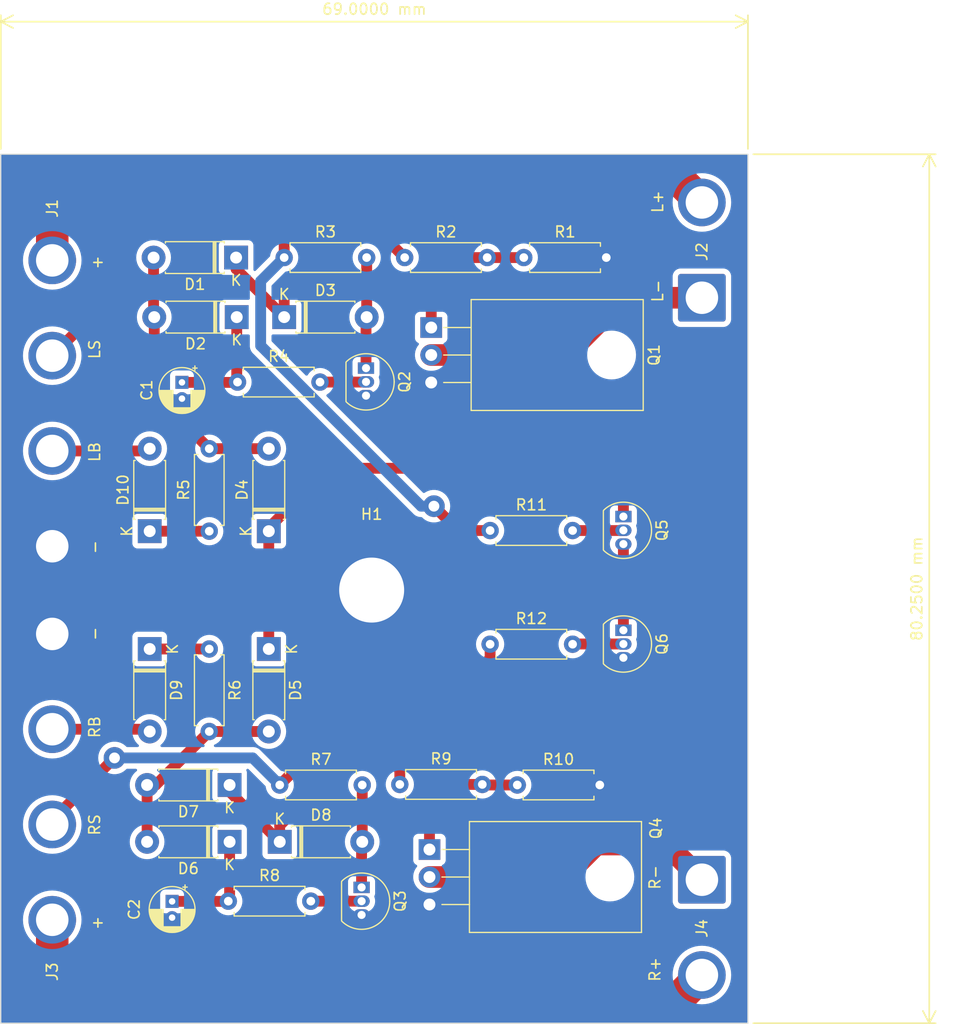
<source format=kicad_pcb>
(kicad_pcb (version 20221018) (generator pcbnew)
  (title_block (title "Side Markers Blinker") (date "2023-05-20") (rev "V 1.0"))
  (layers (0 "F.Cu" signal) (31 "B.Cu" signal) (34 "B.Paste" user) (35 "F.Paste" user) (36 "B.SilkS" user "B.Silkscreen") (37 "F.SilkS" user "F.Silkscreen") (38 "B.Mask" user) (39 "F.Mask" user) (44 "Edge.Cuts" user))
  (net 0 "")
  (net 1 "Net-(D2-K)")
  (net 2 "GND")
  (net 3 "Net-(D6-K)")
  (net 4 "Net-(D1-K)")
  (net 5 "Net-(D1-A)")
  (net 6 "Net-(D3-A)")
  (net 7 "AND gate")
  (net 8 "Net-(D5-A)")
  (net 9 "Net-(D7-K)")
  (net 10 "Net-(D8-A)")
  (net 11 "Blinker signal L")
  (net 12 "Side marker signal L")
  (net 13 "Side marker lamp +24v L")
  (net 14 "Side marker lamp GND L")
  (net 15 "Blinker signal R")
  (net 16 "Side marker signal R")
  (net 17 "Side marker lamp +24v R")
  (net 18 "Side marker lamp GND R")
  (net 19 "Net-(Q1-G)")
  (net 20 "Net-(Q2-B)")
  (net 21 "Net-(Q3-B)")
  (net 22 "Net-(Q4-G)")
  (net 23 "Net-(Q5-B)")
  (net 24 "Net-(Q5-E)")
  (net 25 "Net-(Q6-B)")
  (net 26 "Net-(D9-K)")
  (net 27 "Net-(D10-K)")
  (footprint "Resistor_THT:R_Axial_DIN0207_L6.3mm_D2.5mm_P7.62mm_Horizontal" (layer "F.Cu") (at 137.67 68.29)
    (fp_text reference "R3" (at 3.81 -2.37) (layer "F.SilkS"))
    (fp_text value "10k")
    (pad "1" thru_hole circle (at 0 0) (size 1.6 1.6) (drill 0.8) (layers "*.Cu" "*.Mask") (net 12 "Side marker signal L"))
    (pad "2" thru_hole oval (at 7.62 0) (size 1.6 1.6) (drill 0.8) (layers "*.Cu" "*.Mask") (net 6 "Net-(D3-A)"))
  )
  (footprint "Package_TO_SOT_THT:TO-220-3_Horizontal_TabDown" (layer "F.Cu") (at 151.25 74.75 -90)
    (fp_text reference "Q1" (at 2.54 -20.58 -90) (layer "F.SilkS"))
    (fp_text value "IRF540N")
    (pad "" np_thru_hole oval (at 2.54 -16.66 270) (size 3.5 3.5) (drill 3.5) (layers "*.Cu" "*.Mask"))
    (pad "1" thru_hole rect (at 0 0 270) (size 1.905 2) (drill 1.1) (layers "*.Cu" "*.Mask") (net 19 "Net-(Q1-G)"))
    (pad "2" thru_hole oval (at 2.54 0 270) (size 1.905 2) (drill 1.1) (layers "*.Cu" "*.Mask") (net 14 "Side marker lamp GND L"))
    (pad "3" thru_hole oval (at 5.08 0 270) (size 1.905 2) (drill 1.1) (layers "*.Cu" "*.Mask") (net 2 "GND"))
  )
  (footprint "Diode_THT:D_DO-41_SOD81_P7.62mm_Horizontal" (layer "F.Cu") (at 132.63 122.25 180)
    (fp_text reference "D6" (at 3.81 -2.47 180) (layer "F.SilkS"))
    (fp_text value "~")
    (fp_text user "K" (at 0 -2.1 180) (layer "F.SilkS"))
    (pad "1" thru_hole rect (at 0 0 180) (size 2.2 2.2) (drill 1.1) (layers "*.Cu" "*.Mask") (net 3 "Net-(D6-K)"))
    (pad "2" thru_hole oval (at 7.62 0 180) (size 2.2 2.2) (drill 1.1) (layers "*.Cu" "*.Mask") (net 8 "Net-(D5-A)"))
  )
  (footprint "Package_TO_SOT_THT:TO-220-3_Horizontal_TabDown" (layer "F.Cu") (at 151.09 122.96 -90)
    (fp_text reference "Q4" (at -1.96 -20.91 90) (layer "F.SilkS"))
    (fp_text value "IRF540N")
    (pad "" np_thru_hole oval (at 2.54 -16.66 270) (size 3.5 3.5) (drill 3.5) (layers "*.Cu" "*.Mask"))
    (pad "1" thru_hole rect (at 0 0 270) (size 1.905 2) (drill 1.1) (layers "*.Cu" "*.Mask") (net 22 "Net-(Q4-G)"))
    (pad "2" thru_hole oval (at 2.54 0 270) (size 1.905 2) (drill 1.1) (layers "*.Cu" "*.Mask") (net 18 "Side marker lamp GND R"))
    (pad "3" thru_hole oval (at 5.08 0 270) (size 1.905 2) (drill 1.1) (layers "*.Cu" "*.Mask") (net 2 "GND"))
  )
  (footprint "Resistor_THT:R_Axial_DIN0207_L6.3mm_D2.5mm_P7.62mm_Horizontal" (layer "F.Cu") (at 156.69 93.5)
    (fp_text reference "R11" (at 3.81 -2.37) (layer "F.SilkS"))
    (fp_text value "1k")
    (pad "1" thru_hole circle (at 0 0) (size 1.6 1.6) (drill 0.8) (layers "*.Cu" "*.Mask") (net 12 "Side marker signal L"))
    (pad "2" thru_hole oval (at 7.62 0) (size 1.6 1.6) (drill 0.8) (layers "*.Cu" "*.Mask") (net 23 "Net-(Q5-B)"))
  )
  (footprint "Connector_Wire:SolderWire-2.5sqmm_1x02_P8.8mm_D2.4mm_OD4.4mm" (layer "F.Cu") (at 176.25 125.75 -90)
    (fp_text reference "J4" (at 4.5 0 90) (layer "F.SilkS"))
    (fp_text value "Conn_01x02_Socket")
    (pad "1" thru_hole roundrect (at 0 0 270) (size 4.4 4.4) (drill 3) (layers "*.Cu" "*.Mask") (roundrect_rratio 0.056818) (net 18 "Side marker lamp GND R"))
    (pad "2" thru_hole circle (at 8.8 0 270) (size 4.4 4.4) (drill 3) (layers "*.Cu" "*.Mask") (net 17 "Side marker lamp +24v R"))
  )
  (footprint "Diode_THT:D_DO-41_SOD81_P7.62mm_Horizontal" (layer "F.Cu") (at 136.25 93.56 90)
    (fp_text reference "D4" (at 3.81 -2.47 90) (layer "F.SilkS"))
    (fp_text value "~")
    (fp_text user "K" (at 0 -2.1 90) (layer "F.SilkS"))
    (pad "1" thru_hole rect (at 0 0 90) (size 2.2 2.2) (drill 1.1) (layers "*.Cu" "*.Mask") (net 7 "AND gate"))
    (pad "2" thru_hole oval (at 7.62 0 90) (size 2.2 2.2) (drill 1.1) (layers "*.Cu" "*.Mask") (net 5 "Net-(D1-A)"))
  )
  (footprint "Package_TO_SOT_THT:TO-92_Inline" (layer "F.Cu") (at 169 102.71 -90)
    (fp_text reference "Q6" (at 1.27 -3.56 90) (layer "F.SilkS"))
    (fp_text value "BC546")
    (pad "1" thru_hole rect (at 0 0 270) (size 1.05 1.5) (drill 0.75) (layers "*.Cu" "*.Mask") (net 24 "Net-(Q5-E)"))
    (pad "2" thru_hole oval (at 1.27 0 270) (size 1.05 1.5) (drill 0.75) (layers "*.Cu" "*.Mask") (net 25 "Net-(Q6-B)"))
    (pad "3" thru_hole oval (at 2.54 0 270) (size 1.05 1.5) (drill 0.75) (layers "*.Cu" "*.Mask") (net 2 "GND"))
  )
  (footprint "Diode_THT:D_DO-41_SOD81_P7.62mm_Horizontal" (layer "F.Cu") (at 125.25 104.44 -90)
    (fp_text reference "D9" (at 3.81 -2.47 -90) (layer "F.SilkS"))
    (fp_text value "~")
    (fp_text user "K" (at 0 -2.1 -90) (layer "F.SilkS"))
    (pad "1" thru_hole rect (at 0 0 270) (size 2.2 2.2) (drill 1.1) (layers "*.Cu" "*.Mask") (net 26 "Net-(D9-K)"))
    (pad "2" thru_hole oval (at 7.62 0 270) (size 2.2 2.2) (drill 1.1) (layers "*.Cu" "*.Mask") (net 15 "Blinker signal R"))
  )
  (footprint "Resistor_THT:R_Axial_DIN0207_L6.3mm_D2.5mm_P7.62mm_Horizontal" (layer "F.Cu") (at 133.36 79.79)
    (fp_text reference "R4" (at 3.81 -2.37) (layer "F.SilkS"))
    (fp_text value "10k")
    (pad "1" thru_hole circle (at 0 0) (size 1.6 1.6) (drill 0.8) (layers "*.Cu" "*.Mask") (net 1 "Net-(D2-K)"))
    (pad "2" thru_hole oval (at 7.62 0) (size 1.6 1.6) (drill 0.8) (layers "*.Cu" "*.Mask") (net 20 "Net-(Q2-B)"))
  )
  (footprint "Package_TO_SOT_THT:TO-92_Inline" (layer "F.Cu") (at 145.23 78.5 -90)
    (fp_text reference "Q2" (at 1.27 -3.56 90) (layer "F.SilkS"))
    (fp_text value "BC546")
    (pad "1" thru_hole rect (at 0 0 270) (size 1.05 1.5) (drill 0.75) (layers "*.Cu" "*.Mask") (net 6 "Net-(D3-A)"))
    (pad "2" thru_hole oval (at 1.27 0 270) (size 1.05 1.5) (drill 0.75) (layers "*.Cu" "*.Mask") (net 20 "Net-(Q2-B)"))
    (pad "3" thru_hole oval (at 2.54 0 270) (size 1.05 1.5) (drill 0.75) (layers "*.Cu" "*.Mask") (net 2 "GND"))
  )
  (footprint "Package_TO_SOT_THT:TO-92_Inline" (layer "F.Cu") (at 144.82 126.46 -90)
    (fp_text reference "Q3" (at 1.27 -3.56 90) (layer "F.SilkS"))
    (fp_text value "BC546")
    (pad "1" thru_hole rect (at 0 0 270) (size 1.05 1.5) (drill 0.75) (layers "*.Cu" "*.Mask") (net 10 "Net-(D8-A)"))
    (pad "2" thru_hole oval (at 1.27 0 270) (size 1.05 1.5) (drill 0.75) (layers "*.Cu" "*.Mask") (net 21 "Net-(Q3-B)"))
    (pad "3" thru_hole oval (at 2.54 0 270) (size 1.05 1.5) (drill 0.75) (layers "*.Cu" "*.Mask") (net 2 "GND"))
  )
  (footprint "Diode_THT:D_DO-41_SOD81_P7.62mm_Horizontal" (layer "F.Cu") (at 132.63 117 180)
    (fp_text reference "D7" (at 3.81 -2.47 180) (layer "F.SilkS"))
    (fp_text value "~")
    (fp_text user "K" (at 0 -2.1 180) (layer "F.SilkS"))
    (pad "1" thru_hole rect (at 0 0 180) (size 2.2 2.2) (drill 1.1) (layers "*.Cu" "*.Mask") (net 9 "Net-(D7-K)"))
    (pad "2" thru_hole oval (at 7.62 0 180) (size 2.2 2.2) (drill 1.1) (layers "*.Cu" "*.Mask") (net 8 "Net-(D5-A)"))
  )
  (footprint "Resistor_THT:R_Axial_DIN0207_L6.3mm_D2.5mm_P7.62mm_Horizontal" (layer "F.Cu") (at 148.8 68.29)
    (fp_text reference "R2" (at 3.81 -2.37) (layer "F.SilkS"))
    (fp_text value "50k")
    (pad "1" thru_hole circle (at 0 0) (size 1.6 1.6) (drill 0.8) (layers "*.Cu" "*.Mask") (net 4 "Net-(D1-K)"))
    (pad "2" thru_hole oval (at 7.62 0) (size 1.6 1.6) (drill 0.8) (layers "*.Cu" "*.Mask") (net 19 "Net-(Q1-G)"))
  )
  (footprint "Capacitor_THT:CP_Radial_D4.0mm_P1.50mm" (layer "F.Cu") (at 128.23 79.817401 -90)
    (fp_text reference "C1" (at 0.722599 3.25 -90) (layer "F.SilkS"))
    (fp_text value "100uF")
    (pad "1" thru_hole rect (at 0 0 270) (size 1.2 1.2) (drill 0.6) (layers "*.Cu" "*.Mask") (net 1 "Net-(D2-K)"))
    (pad "2" thru_hole circle (at 1.5 0 270) (size 1.2 1.2) (drill 0.6) (layers "*.Cu" "*.Mask") (net 2 "GND"))
  )
  (footprint "MountingHole:MountingHole_6mm_Pad" (layer "F.Cu") (at 145.75 99)
    (fp_text reference "H1" (at 0 -7) (layer "F.SilkS"))
    (fp_text value "MountingHole_Pad")
    (pad "1" thru_hole circle (at 0 0) (size 12 12) (drill 6) (layers "*.Cu" "*.Mask") (net 2 "GND"))
  )
  (footprint "Diode_THT:D_DO-41_SOD81_P7.62mm_Horizontal" (layer "F.Cu") (at 136.25 104.44 -90)
    (fp_text reference "D5" (at 3.81 -2.47 -90) (layer "F.SilkS"))
    (fp_text value "~")
    (fp_text user "K" (at 0 -2.1 -90) (layer "F.SilkS"))
    (pad "1" thru_hole rect (at 0 0 270) (size 2.2 2.2) (drill 1.1) (layers "*.Cu" "*.Mask") (net 7 "AND gate"))
    (pad "2" thru_hole oval (at 7.62 0 270) (size 2.2 2.2) (drill 1.1) (layers "*.Cu" "*.Mask") (net 8 "Net-(D5-A)"))
  )
  (footprint "Diode_THT:D_DO-41_SOD81_P7.62mm_Horizontal" (layer "F.Cu") (at 133.23 68.29 180)
    (fp_text reference "D1" (at 3.81 -2.47 180) (layer "F.SilkS"))
    (fp_text value "~")
    (fp_text user "K" (at 0 -2.1 180) (layer "F.SilkS"))
    (pad "1" thru_hole rect (at 0 0 180) (size 2.2 2.2) (drill 1.1) (layers "*.Cu" "*.Mask") (net 4 "Net-(D1-K)"))
    (pad "2" thru_hole oval (at 7.62 0 180) (size 2.2 2.2) (drill 1.1) (layers "*.Cu" "*.Mask") (net 5 "Net-(D1-A)"))
  )
  (footprint "Connector_Wire:SolderWire-2.5sqmm_1x04_P8.8mm_D2.4mm_OD4.4mm" (layer "F.Cu") (at 116.25 103.05 -90)
    (fp_text reference "J3" (at 31.2 0 90) (layer "F.SilkS"))
    (fp_text value "Conn_01x04_Socket")
    (pad "1" thru_hole roundrect (at 0 0 270) (size 4.4 4.4) (drill 3) (layers "*.Cu" "*.Mask") (roundrect_rratio 0.056818) (net 2 "GND"))
    (pad "2" thru_hole circle (at 8.8 0 270) (size 4.4 4.4) (drill 3) (layers "*.Cu" "*.Mask") (net 15 "Blinker signal R"))
    (pad "3" thru_hole circle (at 17.6 0 270) (size 4.4 4.4) (drill 3) (layers "*.Cu" "*.Mask") (net 16 "Side marker signal R"))
    (pad "4" thru_hole circle (at 26.4 0 270) (size 4.4 4.4) (drill 3) (layers "*.Cu" "*.Mask") (net 17 "Side marker lamp +24v R"))
  )
  (footprint "Connector_Wire:SolderWire-2.5sqmm_1x04_P8.8mm_D2.4mm_OD4.4mm" (layer "F.Cu") (at 116.25 94.95 90)
    (fp_text reference "J1" (at 31.2 0 90) (layer "F.SilkS"))
    (fp_text value "Conn_01x04_Socket")
    (pad "1" thru_hole roundrect (at 0 0 90) (size 4.4 4.4) (drill 3) (layers "*.Cu" "*.Mask") (roundrect_rratio 0.056818) (net 2 "GND"))
    (pad "2" thru_hole circle (at 8.8 0 90) (size 4.4 4.4) (drill 3) (layers "*.Cu" "*.Mask") (net 11 "Blinker signal L"))
    (pad "3" thru_hole circle (at 17.6 0 90) (size 4.4 4.4) (drill 3) (layers "*.Cu" "*.Mask") (net 12 "Side marker signal L"))
    (pad "4" thru_hole circle (at 26.4 0 90) (size 4.4 4.4) (drill 3) (layers "*.Cu" "*.Mask") (net 13 "Side marker lamp +24v L"))
  )
  (footprint "Diode_THT:D_DO-41_SOD81_P7.62mm_Horizontal" (layer "F.Cu") (at 133.29 73.79 180)
    (fp_text reference "D2" (at 3.81 -2.47 180) (layer "F.SilkS"))
    (fp_text value "~")
    (fp_text user "K" (at 0 -2.1 180) (layer "F.SilkS"))
    (pad "1" thru_hole rect (at 0 0 180) (size 2.2 2.2) (drill 1.1) (layers "*.Cu" "*.Mask") (net 1 "Net-(D2-K)"))
    (pad "2" thru_hole oval (at 7.62 0 180) (size 2.2 2.2) (drill 1.1) (layers "*.Cu" "*.Mask") (net 5 "Net-(D1-A)"))
  )
  (footprint "Resistor_THT:R_Axial_DIN0207_L6.3mm_D2.5mm_P7.62mm_Horizontal" (layer "F.Cu") (at 130.75 93.56 90)
    (fp_text reference "R5" (at 3.81 -2.37 90) (layer "F.SilkS"))
    (fp_text value "1k")
    (pad "1" thru_hole circle (at 0 0 90) (size 1.6 1.6) (drill 0.8) (layers "*.Cu" "*.Mask") (net 27 "Net-(D10-K)"))
    (pad "2" thru_hole oval (at 7.62 0 90) (size 1.6 1.6) (drill 0.8) (layers "*.Cu" "*.Mask") (net 5 "Net-(D1-A)"))
  )
  (footprint "Resistor_THT:R_Axial_DIN0207_L6.3mm_D2.5mm_P7.62mm_Horizontal" (layer "F.Cu") (at 132.51 127.73)
    (fp_text reference "R8" (at 3.81 -2.37) (layer "F.SilkS"))
    (fp_text value "10k")
    (pad "1" thru_hole circle (at 0 0) (size 1.6 1.6) (drill 0.8) (layers "*.Cu" "*.Mask") (net 3 "Net-(D6-K)"))
    (pad "2" thru_hole oval (at 7.62 0) (size 1.6 1.6) (drill 0.8) (layers "*.Cu" "*.Mask") (net 21 "Net-(Q3-B)"))
  )
  (footprint "Diode_THT:D_DO-41_SOD81_P7.62mm_Horizontal" (layer "F.Cu") (at 137.26 122.25)
    (fp_text reference "D8" (at 3.81 -2.47) (layer "F.SilkS"))
    (fp_text value "~")
    (fp_text user "K" (at 0 -2.1) (layer "F.SilkS"))
    (pad "1" thru_hole rect (at 0 0) (size 2.2 2.2) (drill 1.1) (layers "*.Cu" "*.Mask") (net 9 "Net-(D7-K)"))
    (pad "2" thru_hole oval (at 7.62 0) (size 2.2 2.2) (drill 1.1) (layers "*.Cu" "*.Mask") (net 10 "Net-(D8-A)"))
  )
  (footprint "Resistor_THT:R_Axial_DIN0207_L6.3mm_D2.5mm_P7.62mm_Horizontal" (layer "F.Cu") (at 137.26 117)
    (fp_text reference "R7" (at 3.81 -2.37) (layer "F.SilkS"))
    (fp_text value "10k")
    (pad "1" thru_hole circle (at 0 0) (size 1.6 1.6) (drill 0.8) (layers "*.Cu" "*.Mask") (net 16 "Side marker signal R"))
    (pad "2" thru_hole oval (at 7.62 0) (size 1.6 1.6) (drill 0.8) (layers "*.Cu" "*.Mask") (net 10 "Net-(D8-A)"))
  )
  (footprint "Connector_Wire:SolderWire-2.5sqmm_1x02_P8.8mm_D2.4mm_OD4.4mm" (layer "F.Cu") (at 176.25 72 90)
    (fp_text reference "J2" (at 4.25 0 90) (layer "F.SilkS"))
    (fp_text value "Conn_01x02_Socket")
    (pad "1" thru_hole roundrect (at 0 0 90) (size 4.4 4.4) (drill 3) (layers "*.Cu" "*.Mask") (roundrect_rratio 0.056818) (net 14 "Side marker lamp GND L"))
    (pad "2" thru_hole circle (at 8.8 0 90) (size 4.4 4.4) (drill 3) (layers "*.Cu" "*.Mask") (net 13 "Side marker lamp +24v L"))
  )
  (footprint "Diode_THT:D_DO-41_SOD81_P7.62mm_Horizontal" (layer "F.Cu") (at 137.67 73.79)
    (fp_text reference "D3" (at 3.81 -2.47) (layer "F.SilkS"))
    (fp_text value "~")
    (fp_text user "K" (at 0 -2.1) (layer "F.SilkS"))
    (pad "1" thru_hole rect (at 0 0) (size 2.2 2.2) (drill 1.1) (layers "*.Cu" "*.Mask") (net 4 "Net-(D1-K)"))
    (pad "2" thru_hole oval (at 7.62 0) (size 2.2 2.2) (drill 1.1) (layers "*.Cu" "*.Mask") (net 6 "Net-(D3-A)"))
  )
  (footprint "Resistor_THT:R_Axial_DIN0207_L6.3mm_D2.5mm_P7.62mm_Horizontal" (layer "F.Cu") (at 156.69 104)
    (fp_text reference "R12" (at 3.81 -2.37) (layer "F.SilkS"))
    (fp_text value "1k")
    (pad "1" thru_hole circle (at 0 0) (size 1.6 1.6) (drill 0.8) (layers "*.Cu" "*.Mask") (net 16 "Side marker signal R"))
    (pad "2" thru_hole oval (at 7.62 0) (size 1.6 1.6) (drill 0.8) (layers "*.Cu" "*.Mask") (net 25 "Net-(Q6-B)"))
  )
  (footprint "Resistor_THT:R_Axial_DIN0207_L6.3mm_D2.5mm_P7.62mm_Horizontal" (layer "F.Cu") (at 159.2 117)
    (fp_text reference "R10" (at 3.81 -2.37) (layer "F.SilkS"))
    (fp_text value "100k")
    (pad "1" thru_hole circle (at 0 0) (size 1.6 1.6) (drill 0.8) (layers "*.Cu" "*.Mask") (net 22 "Net-(Q4-G)"))
    (pad "2" thru_hole oval (at 7.62 0) (size 1.6 1.6) (drill 0.8) (layers "*.Cu" "*.Mask") (net 2 "GND"))
  )
  (footprint "Resistor_THT:R_Axial_DIN0207_L6.3mm_D2.5mm_P7.62mm_Horizontal" (layer "F.Cu") (at 159.8 68.29)
    (fp_text reference "R1" (at 3.81 -2.37) (layer "F.SilkS"))
    (fp_text value "100k")
    (pad "1" thru_hole circle (at 0 0) (size 1.6 1.6) (drill 0.8) (layers "*.Cu" "*.Mask") (net 19 "Net-(Q1-G)"))
    (pad "2" thru_hole oval (at 7.62 0) (size 1.6 1.6) (drill 0.8) (layers "*.Cu" "*.Mask") (net 2 "GND"))
  )
  (footprint "Resistor_THT:R_Axial_DIN0207_L6.3mm_D2.5mm_P7.62mm_Horizontal" (layer "F.Cu") (at 130.75 104.44 -90)
    (fp_text reference "R6" (at 3.81 -2.37 -90) (layer "F.SilkS"))
    (fp_text value "1k")
    (pad "1" thru_hole circle (at 0 0 270) (size 1.6 1.6) (drill 0.8) (layers "*.Cu" "*.Mask") (net 26 "Net-(D9-K)"))
    (pad "2" thru_hole oval (at 7.62 0 270) (size 1.6 1.6) (drill 0.8) (layers "*.Cu" "*.Mask") (net 8 "Net-(D5-A)"))
  )
  (footprint "Package_TO_SOT_THT:TO-92_Inline" (layer "F.Cu") (at 169 92.21 -90)
    (fp_text reference "Q5" (at 1.27 -3.56 90) (layer "F.SilkS"))
    (fp_text value "BC546")
    (pad "1" thru_hole rect (at 0 0 270) (size 1.05 1.5) (drill 0.75) (layers "*.Cu" "*.Mask") (net 7 "AND gate"))
    (pad "2" thru_hole oval (at 1.27 0 270) (size 1.05 1.5) (drill 0.75) (layers "*.Cu" "*.Mask") (net 23 "Net-(Q5-B)"))
    (pad "3" thru_hole oval (at 2.54 0 270) (size 1.05 1.5) (drill 0.75) (layers "*.Cu" "*.Mask") (net 24 "Net-(Q5-E)"))
  )
  (footprint "Resistor_THT:R_Axial_DIN0207_L6.3mm_D2.5mm_P7.62mm_Horizontal" (layer "F.Cu") (at 148.35 116.95)
    (fp_text reference "R9" (at 3.81 -2.37) (layer "F.SilkS"))
    (fp_text value "50k")
    (pad "1" thru_hole circle (at 0 0) (size 1.6 1.6) (drill 0.8) (layers "*.Cu" "*.Mask") (net 9 "Net-(D7-K)"))
    (pad "2" thru_hole oval (at 7.62 0) (size 1.6 1.6) (drill 0.8) (layers "*.Cu" "*.Mask") (net 22 "Net-(Q4-G)"))
  )
  (footprint "Diode_THT:D_DO-41_SOD81_P7.62mm_Horizontal" (layer "F.Cu") (at 125.25 93.56 90)
    (fp_text reference "D10" (at 3.81 -2.47 90) (layer "F.SilkS"))
    (fp_text value "~")
    (fp_text user "K" (at 0 -2.1 90) (layer "F.SilkS"))
    (pad "1" thru_hole rect (at 0 0 90) (size 2.2 2.2) (drill 1.1) (layers "*.Cu" "*.Mask") (net 27 "Net-(D10-K)"))
    (pad "2" thru_hole oval (at 7.62 0 90) (size 2.2 2.2) (drill 1.1) (layers "*.Cu" "*.Mask") (net 11 "Blinker signal L"))
  )
  (footprint "Capacitor_THT:CP_Radial_D4.0mm_P1.50mm" (layer "F.Cu") (at 127.32 127.75 -90)
    (fp_text reference "C2" (at 0.75 3.5 90) (layer "F.SilkS"))
    (fp_text value "100uF")
    (pad "1" thru_hole rect (at 0 0 270) (size 1.2 1.2) (drill 0.6) (layers "*.Cu" "*.Mask") (net 3 "Net-(D6-K)"))
    (pad "2" thru_hole circle (at 1.5 0 270) (size 1.2 1.2) (drill 0.6) (layers "*.Cu" "*.Mask") (net 2 "GND"))
  )
  (gr_rect (start 111.5 58.75) (end 180.5 139) (stroke (width 0.1)) (fill none) (layer "Edge.Cuts"))
  (gr_text "+" (at 119.75 69.25) (layer "F.SilkS") (effects (font (size 1 1)) (justify left bottom)))
  (gr_text "RB" (at 120.75 112.75 90) (layer "F.SilkS") (effects (font (size 1 1)) (justify left bottom)))
  (gr_text "RS" (at 120.75 121.75 90) (layer "F.SilkS") (effects (font (size 1 1)) (justify left bottom)))
  (gr_text "R+" (at 172.5 135.25 90) (layer "F.SilkS") (effects (font (size 1 1)) (justify left bottom)))
  (gr_text "+" (at 119.75 130.25) (layer "F.SilkS") (effects (font (size 1 1)) (justify left bottom)))
  (gr_text "-" (at 120.75 95.75 90) (layer "F.SilkS") (effects (font (size 1 1)) (justify left bottom)))
  (gr_text "R-" (at 172.5 126.75 90) (layer "F.SilkS") (effects (font (size 1 1)) (justify left bottom)))
  (gr_text "LS" (at 120.75 77.75 90) (layer "F.SilkS") (effects (font (size 1 1)) (justify left bottom)))
  (gr_text "-" (at 120.75 103.75 90) (layer "F.SilkS") (effects (font (size 1 1)) (justify left bottom)))
  (gr_text "L+" (at 172.75 64.25 90) (layer "F.SilkS") (effects (font (size 1 1)) (justify left bottom)))
  (gr_text "L-" (at 172.75 72.5 90) (layer "F.SilkS") (effects (font (size 1 1)) (justify left bottom)))
  (gr_text "LB" (at 120.75 87.25 90) (layer "F.SilkS") (effects (font (size 1 1)) (justify left bottom)))
  (dimension (type aligned) (layer "F.SilkS") (pts (xy 111.5 58.75) (xy 180.5 58.75)) (height -12.25) (gr_text "69.0000 mm" (at 146 45.35) (layer "F.SilkS") (effects (font (size 1 1) (thickness 0.15)))) (format (prefix "") (suffix "") (units 3) (units_format 1) (precision 4)) (style (thickness 0.15) (arrow_length 1.27) (text_position_mode 0) (extension_height 0.58642) (extension_offset 0.5) keep_text_aligned))
  (dimension (type aligned) (layer "F.SilkS") (pts (xy 180.5 58.75) (xy 180.5 139)) (height -16.75) (gr_text "80.2500 mm" (at 196.1 98.875 90) (layer "F.SilkS") (effects (font (size 1 1) (thickness 0.15)))) (format (prefix "") (suffix "") (units 3) (units_format 1) (precision 4)) (style (thickness 0.15) (arrow_length 1.27) (text_position_mode 0) (extension_height 0.58642) (extension_offset 0.5) keep_text_aligned))
  (segment (start 133.29 79.72) (end 133.36 79.79) (width 1) (layer "F.Cu") (net 1))
  (segment (start 128.23 79.817401) (end 133.332599 79.817401) (width 1) (layer "F.Cu") (net 1))
  (segment (start 133.332599 79.817401) (end 133.36 79.79) (width 1) (layer "F.Cu") (net 1))
  (segment (start 133.29 73.79) (end 133.29 79.72) (width 1) (layer "F.Cu") (net 1))
  (segment (start 132.49 127.75) (end 132.51 127.73) (width 1) (layer "F.Cu") (net 3))
  (segment (start 132.63 127.61) (end 132.51 127.73) (width 1) (layer "F.Cu") (net 3))
  (segment (start 132.63 122.25) (end 132.63 127.61) (width 1) (layer "F.Cu") (net 3))
  (segment (start 127.32 127.75) (end 132.49 127.75) (width 1) (layer "F.Cu") (net 3))
  (segment (start 148.8 68.29) (end 146.01 65.5) (width 1) (layer "F.Cu") (net 4))
  (segment (start 137.67 71.83) (end 137.67 73.79) (width 1) (layer "F.Cu") (net 4))
  (segment (start 133.23 69.35) (end 137.67 73.79) (width 1) (layer "F.Cu") (net 4))
  (segment (start 146.01 65.5) (end 144 65.5) (width 1) (layer "F.Cu") (net 4))
  (segment (start 144 65.5) (end 137.67 71.83) (width 1) (layer "F.Cu") (net 4))
  (segment (start 133.23 68.29) (end 133.23 69.35) (width 1) (layer "F.Cu") (net 4))
  (segment (start 125.67 73.79) (end 125.67 80.86) (width 1) (layer "F.Cu") (net 5))
  (segment (start 125.67 80.86) (end 130.75 85.94) (width 1) (layer "F.Cu") (net 5))
  (segment (start 125.61 73.73) (end 125.67 73.79) (width 1) (layer "F.Cu") (net 5))
  (segment (start 130.75 85.94) (end 136.25 85.94) (width 1) (layer "F.Cu") (net 5))
  (segment (start 125.61 68.29) (end 125.61 73.73) (width 1) (layer "F.Cu") (net 5))
  (segment (start 145.23 73.85) (end 145.29 73.79) (width 1) (layer "F.Cu") (net 6))
  (segment (start 145.23 78.5) (end 145.23 73.85) (width 1) (layer "F.Cu") (net 6))
  (segment (start 145.29 68.29) (end 145.29 73.79) (width 1) (layer "F.Cu") (net 6))
  (segment (start 136.25 93.56) (end 136.25 93.25) (width 1) (layer "F.Cu") (net 7))
  (segment (start 136.25 93.25) (end 141.75 87.75) (width 1) (layer "F.Cu") (net 7))
  (segment (start 169 91) (end 169 92.21) (width 1) (layer "F.Cu") (net 7))
  (segment (start 136.25 104.44) (end 136.25 93.56) (width 1) (layer "F.Cu") (net 7))
  (segment (start 141.75 87.75) (end 165.75 87.75) (width 1) (layer "F.Cu") (net 7))
  (segment (start 165.75 87.75) (end 169 91) (width 1) (layer "F.Cu") (net 7))
  (segment (start 125.01 117) (end 125.01 122.25) (width 1) (layer "F.Cu") (net 8))
  (segment (start 130.75 112.06) (end 136.25 112.06) (width 1) (layer "F.Cu") (net 8))
  (segment (start 125.01 117) (end 125.81 117) (width 1) (layer "F.Cu") (net 8))
  (segment (start 125.81 117) (end 130.75 112.06) (width 1) (layer "F.Cu") (net 8))
  (segment (start 132.63 117) (end 132.63 117.62) (width 1) (layer "F.Cu") (net 9))
  (segment (start 148.35 115.6) (end 147 114.25) (width 1) (layer "F.Cu") (net 9))
  (segment (start 132.63 117.62) (end 137.26 122.25) (width 1) (layer "F.Cu") (net 9))
  (segment (start 143.75 114.25) (end 137.26 120.74) (width 1) (layer "F.Cu") (net 9))
  (segment (start 148.35 116.95) (end 148.35 115.6) (width 1) (layer "F.Cu") (net 9))
  (segment (start 137.26 120.74) (end 137.26 122.25) (width 1) (layer "F.Cu") (net 9))
  (segment (start 147 114.25) (end 143.75 114.25) (width 1) (layer "F.Cu") (net 9))
  (segment (start 144.88 117) (end 144.88 122.25) (width 1) (layer "F.Cu") (net 10))
  (segment (start 144.82 126.46) (end 144.82 122.31) (width 1) (layer "F.Cu") (net 10))
  (segment (start 144.82 122.31) (end 144.88 122.25) (width 1) (layer "F.Cu") (net 10))
  (segment (start 125.04 86.15) (end 125.25 85.94) (width 1) (layer "F.Cu") (net 11))
  (segment (start 116.25 86.15) (end 125.04 86.15) (width 1) (layer "F.Cu") (net 11))
  (segment (start 122 65.5) (end 122 71.6) (width 1) (layer "F.Cu") (net 12))
  (segment (start 137.67 68.29) (end 137.67 65.67) (width 1) (layer "F.Cu") (net 12))
  (segment (start 123 64.5) (end 122 65.5) (width 1) (layer "F.Cu") (net 12))
  (segment (start 136.5 64.5) (end 123 64.5) (width 1) (layer "F.Cu") (net 12))
  (segment (start 137.67 65.67) (end 136.5 64.5) (width 1) (layer "F.Cu") (net 12))
  (segment (start 156.69 93.5) (end 153.75 93.5) (width 1) (layer "F.Cu") (net 12))
  (segment (start 153.75 93.5) (end 151.5 91.25) (width 1) (layer "F.Cu") (net 12))
  (segment (start 122 71.6) (end 116.25 77.35) (width 1) (layer "F.Cu") (net 12))
  (via (at 151.5 91.25) (size 2) (drill 1) (layers "F.Cu" "B.Cu") (net 12))
  (segment (start 135.5 70.46) (end 137.67 68.29) (width 1) (layer "B.Cu") (net 12))
  (segment (start 150.318679 91.25) (end 135.5 76.431321) (width 1) (layer "B.Cu") (net 12))
  (segment (start 151.5 91.25) (end 150.318679 91.25) (width 1) (layer "B.Cu") (net 12))
  (segment (start 135.5 76.431321) (end 135.5 70.46) (width 1) (layer "B.Cu") (net 12))
  (segment (start 116.25 65) (end 121 60.25) (width 3) (layer "F.Cu") (net 13))
  (segment (start 116.25 68.55) (end 116.25 65) (width 3) (layer "F.Cu") (net 13))
  (segment (start 121 60.25) (end 173.3 60.25) (width 3) (layer "F.Cu") (net 13))
  (segment (start 173.3 60.25) (end 176.25 63.2) (width 3) (layer "F.Cu") (net 13))
  (segment (start 151.25 77.29) (end 163.667359 77.29) (width 2) (layer "F.Cu") (net 14))
  (segment (start 163.667359 77.29) (end 168.957359 72) (width 2) (layer "F.Cu") (net 14))
  (segment (start 168.957359 72) (end 176.25 72) (width 2) (layer "F.Cu") (net 14))
  (segment (start 125.04 111.85) (end 125.25 112.06) (width 1) (layer "F.Cu") (net 15))
  (segment (start 116.25 111.85) (end 125.04 111.85) (width 1) (layer "F.Cu") (net 15))
  (segment (start 145.01 109.25) (end 152.75 109.25) (width 1) (layer "F.Cu") (net 16))
  (segment (start 116.25 120.25) (end 122 114.5) (width 1) (layer "F.Cu") (net 16))
  (segment (start 116.25 120.65) (end 116.25 120.25) (width 1) (layer "F.Cu") (net 16))
  (segment (start 152.75 109.25) (end 156.69 105.31) (width 1) (layer "F.Cu") (net 16))
  (segment (start 156.69 105.31) (end 156.69 104) (width 1) (layer "F.Cu") (net 16))
  (segment (start 137.26 117) (end 145.01 109.25) (width 1) (layer "F.Cu") (net 16))
  (via (at 122 114.5) (size 2) (drill 1) (layers "F.Cu" "B.Cu") (net 16))
  (segment (start 122 114.5) (end 134.76 114.5) (width 1) (layer "B.Cu") (net 16))
  (segment (start 134.76 114.5) (end 137.26 117) (width 1) (layer "B.Cu") (net 16))
  (segment (start 173.3 137.5) (end 176.25 134.55) (width 3) (layer "F.Cu") (net 17))
  (segment (start 119.25 137.5) (end 173.3 137.5) (width 3) (layer "F.Cu") (net 17))
  (segment (start 116.25 134.5) (end 119.25 137.5) (width 3) (layer "F.Cu") (net 17))
  (segment (start 116.25 129.45) (end 116.25 134.5) (width 3) (layer "F.Cu") (net 17))
  (segment (start 166.507359 122.5) (end 173 122.5) (width 2) (layer "F.Cu") (net 18))
  (segment (start 173 122.5) (end 176.25 125.75) (width 2) (layer "F.Cu") (net 18))
  (segment (start 163.507359 125.5) (end 166.507359 122.5) (width 2) (layer "F.Cu") (net 18))
  (segment (start 151.09 125.5) (end 163.507359 125.5) (width 2) (layer "F.Cu") (net 18))
  (segment (start 159.8 68.29) (end 156.42 68.29) (width 1) (layer "F.Cu") (net 19))
  (segment (start 151.25 71) (end 151.25 74.75) (width 1) (layer "F.Cu") (net 19))
  (segment (start 156.42 68.29) (end 153.96 68.29) (width 1) (layer "F.Cu") (net 19))
  (segment (start 153.96 68.29) (end 151.25 71) (width 1) (layer "F.Cu") (net 19))
  (segment (start 140.98 79.79) (end 145.21 79.79) (width 1) (layer "F.Cu") (net 20))
  (segment (start 145.21 79.79) (end 145.23 79.77) (width 1) (layer "F.Cu") (net 20))
  (segment (start 140.13 127.73) (end 144.82 127.73) (width 1) (layer "F.Cu") (net 21))
  (segment (start 151.09 119.66) (end 151.09 122.96) (width 1) (layer "F.Cu") (net 22))
  (segment (start 155.97 116.95) (end 153.8 116.95) (width 1) (layer "F.Cu") (net 22))
  (segment (start 159.2 117) (end 156.02 117) (width 1) (layer "F.Cu") (net 22))
  (segment (start 153.8 116.95) (end 151.09 119.66) (width 1) (layer "F.Cu") (net 22))
  (segment (start 156.02 117) (end 155.97 116.95) (width 1) (layer "F.Cu") (net 22))
  (segment (start 168.98 93.5) (end 169 93.48) (width 1) (layer "F.Cu") (net 23))
  (segment (start 164.31 93.5) (end 168.98 93.5) (width 1) (layer "F.Cu") (net 23))
  (segment (start 169 94.75) (end 169 102.71) (width 1) (layer "F.Cu") (net 24))
  (segment (start 164.33 103.98) (end 164.31 104) (width 1) (layer "F.Cu") (net 25))
  (segment (start 169 103.98) (end 164.33 103.98) (width 1) (layer "F.Cu") (net 25))
  (segment (start 125.25 104.44) (end 130.75 104.44) (width 1) (layer "F.Cu") (net 26))
  (segment (start 125.25 93.56) (end 130.75 93.56) (width 1) (layer "F.Cu") (net 27))
  (zone (net 2) (net_name "GND") (layer "B.Cu") (connect_pads yes (clearance 0.5)) (min_thickness 0.25) (fill yes (thermal_gap 0.5) (thermal_bridge_width 0.5))
    (polygon (pts (xy 111.5 58.75) (xy 180.5 58.75) (xy 180.5 139) (xy 111.5 139)))
  )
)
</source>
